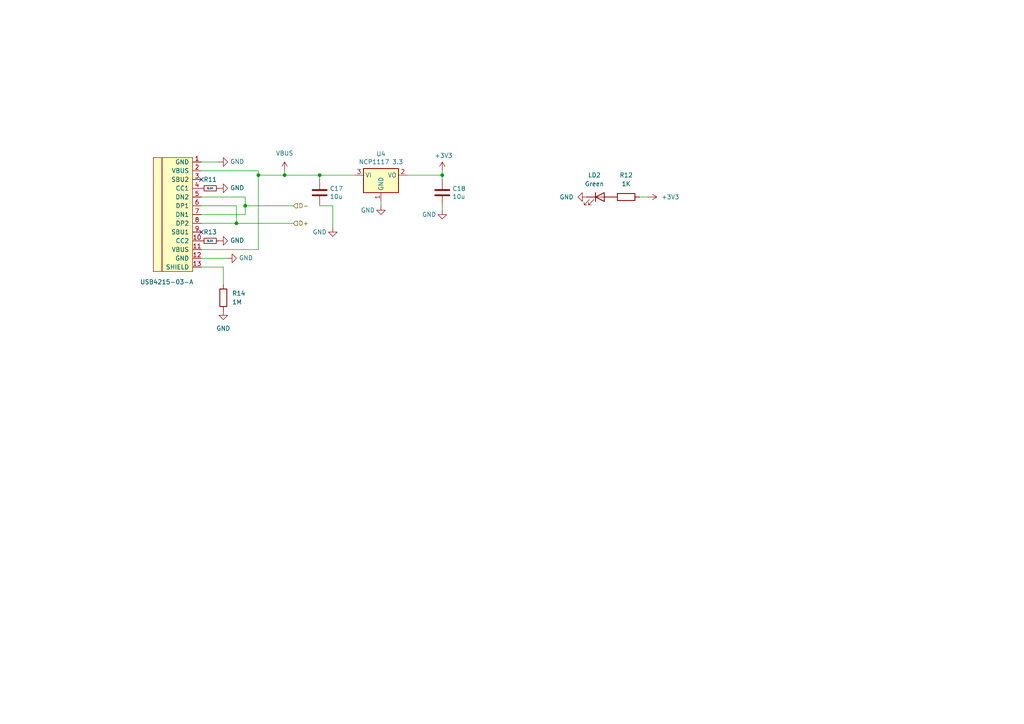
<source format=kicad_sch>
(kicad_sch (version 20250114) (generator "eeschema") (generator_version "9.0")
  (paper "A4")
  (title_block (title "${NAME}") (date "2025-08-02") (rev "${VERSION}") (company "Mikhail Matveev") (comment 1 "https://github.com/xtremespb/frank"))
  (lib_symbols
    (symbol "+3V3_1" (power) (pin_numbers (hide yes)) (pin_names (offset 0) (hide yes))
      (property "Value" "+3V3" (at 0 3.556 0))
      (symbol "+3V3_1_0_1"
        (polyline (pts (xy -0.762 1.27) (xy 0 2.54)))
        (polyline (pts (xy 0 2.54) (xy 0.762 1.27)))
        (polyline (pts (xy 0 0) (xy 0 2.54)))
      )
      (symbol "+3V3_1_1_1"
        (pin power_in line (at 0 0 90) (length 0) (name "~") (number "1"))
      )
    )
    (symbol "Device:C" (pin_numbers (hide yes)) (pin_names (offset 0.254))
      (property "Reference" "C" (at 0.635 2.54 0))
      (property "Value" "C" (at 0.635 -2.54 0))
      (symbol "C_0_1"
        (polyline (pts (xy -2.032 0.762) (xy 2.032 0.762)) (stroke (width 0.508)))
        (polyline (pts (xy -2.032 -0.762) (xy 2.032 -0.762)) (stroke (width 0.508)))
      )
      (symbol "C_1_1"
        (pin passive line (at 0 3.81 270) (length 2.794) (name "~") (number "1"))
        (pin passive line (at 0 -3.81 90) (length 2.794) (name "~") (number "2"))
      )
    )
    (symbol "Device:LED" (pin_numbers (hide yes)) (pin_names (offset 1.016) (hide yes))
      (property "Reference" "D" (at 0 2.54 0))
      (property "Value" "LED" (at 0 -2.54 0))
      (symbol "LED_0_1"
        (polyline (pts (xy -3.048 -0.762) (xy -4.572 -2.286) (xy -3.81 -2.286) (xy -4.572 -2.286) (xy -4.572 -1.524)))
        (polyline (pts (xy -1.778 -0.762) (xy -3.302 -2.286) (xy -2.54 -2.286) (xy -3.302 -2.286) (xy -3.302 -1.524)))
        (polyline (pts (xy -1.27 0) (xy 1.27 0)))
        (polyline (pts (xy -1.27 -1.27) (xy -1.27 1.27)) (stroke (width 0.254)))
        (polyline (pts (xy 1.27 -1.27) (xy 1.27 1.27) (xy -1.27 0) (xy 1.27 -1.27)) (stroke (width 0.254)))
      )
      (symbol "LED_1_1"
        (pin passive line (at -3.81 0 0) (length 2.54) (name "K") (number "1"))
        (pin passive line (at 3.81 0 180) (length 2.54) (name "A") (number "2"))
      )
    )
    (symbol "Device:R" (pin_numbers (hide yes)) (pin_names (offset 0))
      (property "Reference" "R" (at 2.032 0 90))
      (property "Value" "R" (at 0 0 90))
      (symbol "R_0_1"
        (rectangle (start -1.016 -2.54) (end 1.016 2.54) (stroke (width 0.254)))
      )
      (symbol "R_1_1"
        (pin passive line (at 0 3.81 270) (length 1.27) (name "~") (number "1"))
        (pin passive line (at 0 -3.81 90) (length 1.27) (name "~") (number "2"))
      )
    )
    (symbol "Device:R_Small" (pin_numbers (hide yes)) (pin_names (offset 0.254) (hide yes))
      (property "Reference" "R" (at 0.762 0.508 0))
      (property "Value" "R_Small" (at 0.762 -1.016 0))
      (symbol "R_Small_0_1"
        (rectangle (start -0.762 1.778) (end 0.762 -1.778) (stroke (width 0.2032)))
      )
      (symbol "R_Small_1_1"
        (pin passive line (at 0 2.54 270) (length 0.762) (name "~") (number "1"))
        (pin passive line (at 0 -2.54 90) (length 0.762) (name "~") (number "2"))
      )
    )
    (symbol "FRANK:USB-C" (pin_names (offset 1.016))
      (property "Value" "USB Type C" (at 0.254 -20.828 0))
      (symbol "USB-C_0_1"
        (rectangle (start -11.43 15.24) (end -8.89 -17.78) (fill (type background)))
        (rectangle (start 0 -17.78) (end -8.89 15.24) (fill (type background)))
      )
      (symbol "USB-C_1_1"
        (pin input line (at 2.54 13.97 180) (length 2.54) (name "GND") (number "1"))
        (pin input line (at 2.54 11.43 180) (length 2.54) (name "VBUS") (number "2"))
        (pin input line (at 2.54 8.89 180) (length 2.54) (name "SBU2") (number "3"))
        (pin input line (at 2.54 6.35 180) (length 2.54) (name "CC1") (number "4"))
        (pin input line (at 2.54 3.81 180) (length 2.54) (name "DN2") (number "5"))
        (pin input line (at 2.54 1.27 180) (length 2.54) (name "DP1") (number "6"))
        (pin input line (at 2.54 -1.27 180) (length 2.54) (name "DN1") (number "7"))
        (pin input line (at 2.54 -3.81 180) (length 2.54) (name "DP2") (number "8"))
        (pin input line (at 2.54 -6.35 180) (length 2.54) (name "SBU1") (number "9"))
        (pin input line (at 2.54 -8.89 180) (length 2.54) (name "CC2") (number "10"))
        (pin input line (at 2.54 -11.43 180) (length 2.54) (name "VBUS") (number "11"))
        (pin input line (at 2.54 -13.97 180) (length 2.54) (name "GND") (number "12"))
        (pin input line (at 2.54 -16.51 180) (length 2.54) (name "SHIELD") (number "13"))
      )
    )
    (symbol "GND_1" (power) (pin_numbers (hide yes)) (pin_names (offset 0) (hide yes))
      (property "Value" "GND" (at 0 -3.81 0))
      (symbol "GND_1_0_1"
        (polyline (pts (xy 0 0) (xy 0 -1.27) (xy 1.27 -1.27) (xy 0 -2.54) (xy -1.27 -1.27) (xy 0 -1.27)))
      )
      (symbol "GND_1_1_1"
        (pin power_in line (at 0 0 270) (length 0) (name "~") (number "1"))
      )
    )
    (symbol "GND_2" (power) (pin_numbers (hide yes)) (pin_names (offset 0) (hide yes))
      (property "Value" "GND" (at 0 -3.81 0))
      (symbol "GND_2_0_1"
        (polyline (pts (xy 0 0) (xy 0 -1.27) (xy 1.27 -1.27) (xy 0 -2.54) (xy -1.27 -1.27) (xy 0 -1.27)))
      )
      (symbol "GND_2_1_1"
        (pin power_in line (at 0 0 270) (length 0) (name "~") (number "1"))
      )
    )
    (symbol "GND_3" (power) (pin_numbers (hide yes)) (pin_names (offset 0) (hide yes))
      (property "Value" "GND" (at 0 -3.81 0))
      (symbol "GND_3_0_1"
        (polyline (pts (xy 0 0) (xy 0 -1.27) (xy 1.27 -1.27) (xy 0 -2.54) (xy -1.27 -1.27) (xy 0 -1.27)))
      )
      (symbol "GND_3_1_1"
        (pin power_in line (at 0 0 270) (length 0) (name "~") (number "1"))
      )
    )
    (symbol "GND_4" (power) (pin_numbers (hide yes)) (pin_names (offset 0) (hide yes))
      (property "Value" "GND" (at 0 -3.81 0))
      (symbol "GND_4_0_1"
        (polyline (pts (xy 0 0) (xy 0 -1.27) (xy 1.27 -1.27) (xy 0 -2.54) (xy -1.27 -1.27) (xy 0 -1.27)))
      )
      (symbol "GND_4_1_1"
        (pin power_in line (at 0 0 270) (length 0) (name "~") (number "1"))
      )
    )
    (symbol "GND_5" (power) (pin_numbers (hide yes)) (pin_names (offset 0) (hide yes))
      (property "Value" "GND" (at 0 -3.81 0))
      (symbol "GND_5_0_1"
        (polyline (pts (xy 0 0) (xy 0 -1.27) (xy 1.27 -1.27) (xy 0 -2.54) (xy -1.27 -1.27) (xy 0 -1.27)))
      )
      (symbol "GND_5_1_1"
        (pin power_in line (at 0 0 270) (length 0) (name "~") (number "1"))
      )
    )
    (symbol "GND_6" (power) (pin_numbers (hide yes)) (pin_names (offset 0) (hide yes))
      (property "Value" "GND" (at 0 -3.81 0))
      (symbol "GND_6_0_1"
        (polyline (pts (xy 0 0) (xy 0 -1.27) (xy 1.27 -1.27) (xy 0 -2.54) (xy -1.27 -1.27) (xy 0 -1.27)))
      )
      (symbol "GND_6_1_1"
        (pin power_in line (at 0 0 270) (length 0) (name "~") (number "1"))
      )
    )
    (symbol "GND_7" (power) (pin_numbers (hide yes)) (pin_names (offset 0) (hide yes))
      (property "Value" "GND" (at 0 -3.81 0))
      (symbol "GND_7_0_1"
        (polyline (pts (xy 0 0) (xy 0 -1.27) (xy 1.27 -1.27) (xy 0 -2.54) (xy -1.27 -1.27) (xy 0 -1.27)))
      )
      (symbol "GND_7_1_1"
        (pin power_in line (at 0 0 270) (length 0) (name "~") (number "1"))
      )
    )
    (symbol "Regulator_Linear:NCP1117-3.3_SOT223"
      (property "Reference" "U" (at -3.81 3.175 0))
      (property "Value" "NCP1117-3.3_SOT223" (at 0 3.175 0))
      (symbol "NCP1117-3.3_SOT223_0_1"
        (rectangle (start -5.08 -5.08) (end 5.08 1.905) (stroke (width 0.254)) (fill (type background)))
      )
      (symbol "NCP1117-3.3_SOT223_1_1"
        (pin power_in line (at -7.62 0 0) (length 2.54) (name "VI") (number "3"))
        (pin power_in line (at 0 -7.62 90) (length 2.54) (name "GND") (number "1"))
        (pin power_out line (at 7.62 0 180) (length 2.54) (name "VO") (number "2"))
      )
    )
    (symbol "power:+3V3" (power) (pin_numbers (hide yes)) (pin_names (offset 0) (hide yes))
      (property "Value" "+3V3" (at 0 3.556 0))
      (symbol "+3V3_0_1"
        (polyline (pts (xy -0.762 1.27) (xy 0 2.54)))
        (polyline (pts (xy 0 2.54) (xy 0.762 1.27)))
        (polyline (pts (xy 0 0) (xy 0 2.54)))
      )
      (symbol "+3V3_1_1"
        (pin power_in line (at 0 0 90) (length 0) (name "~") (number "1"))
      )
    )
    (symbol "power:GND" (power) (pin_numbers (hide yes)) (pin_names (offset 0) (hide yes))
      (property "Value" "GND" (at 0 -3.81 0))
      (symbol "GND_0_1"
        (polyline (pts (xy 0 0) (xy 0 -1.27) (xy 1.27 -1.27) (xy 0 -2.54) (xy -1.27 -1.27) (xy 0 -1.27)))
      )
      (symbol "GND_1_1"
        (pin power_in line (at 0 0 270) (length 0) (name "~") (number "1"))
      )
    )
    (symbol "power:VBUS" (power) (pin_numbers (hide yes)) (pin_names (offset 0) (hide yes))
      (property "Value" "VBUS" (at 0 3.556 0))
      (symbol "VBUS_0_1"
        (polyline (pts (xy -0.762 1.27) (xy 0 2.54)))
        (polyline (pts (xy 0 2.54) (xy 0.762 1.27)))
        (polyline (pts (xy 0 0) (xy 0 2.54)))
      )
      (symbol "VBUS_1_1"
        (pin power_in line (at 0 0 90) (length 0) (name "~") (number "1"))
      )
    )
  )
  (junction (at 74.93 50.8))
  (junction (at 68.58 64.77))
  (junction (at 82.55 50.8))
  (junction (at 92.71 50.8))
  (junction (at 128.27 50.8))
  (junction (at 71.12 59.69))
  (no_connect (at 58.42 67.31))
  (no_connect (at 58.42 52.07))
  (wire (pts (xy 58.42 49.53) (xy 74.93 49.53)))
  (wire (pts (xy 58.42 59.69) (xy 68.58 59.69)))
  (wire (pts (xy 82.55 50.8) (xy 92.71 50.8)))
  (wire (pts (xy 58.42 74.93) (xy 66.04 74.93)))
  (wire (pts (xy 102.87 50.8) (xy 92.71 50.8)))
  (wire (pts (xy 128.27 50.8) (xy 128.27 49.53)))
  (wire (pts (xy 82.55 49.53) (xy 82.55 50.8)))
  (wire (pts (xy 74.93 72.39) (xy 58.42 72.39)))
  (wire (pts (xy 92.71 52.07) (xy 92.71 50.8)))
  (wire (pts (xy 128.27 52.07) (xy 128.27 50.8)))
  (wire (pts (xy 96.52 59.69) (xy 92.71 59.69)))
  (wire (pts (xy 118.11 50.8) (xy 128.27 50.8)))
  (wire (pts (xy 58.42 57.15) (xy 71.12 57.15)))
  (wire (pts (xy 58.42 62.23) (xy 71.12 62.23)))
  (wire (pts (xy 71.12 59.69) (xy 85.09 59.69)))
  (wire (pts (xy 74.93 50.8) (xy 74.93 72.39)))
  (wire (pts (xy 74.93 49.53) (xy 74.93 50.8)))
  (wire (pts (xy 71.12 59.69) (xy 71.12 62.23)))
  (wire (pts (xy 58.42 46.99) (xy 63.5 46.99)))
  (wire (pts (xy 128.27 59.69) (xy 128.27 60.96)))
  (wire (pts (xy 58.42 64.77) (xy 68.58 64.77)))
  (wire (pts (xy 96.52 59.69) (xy 96.52 66.04)))
  (wire (pts (xy 64.77 77.47) (xy 64.77 82.55)))
  (wire (pts (xy 58.42 77.47) (xy 64.77 77.47)))
  (wire (pts (xy 71.12 57.15) (xy 71.12 59.69)))
  (wire (pts (xy 185.42 57.15) (xy 187.96 57.15)))
  (wire (pts (xy 74.93 50.8) (xy 82.55 50.8)))
  (wire (pts (xy 110.49 58.42) (xy 110.49 59.69)))
  (wire (pts (xy 68.58 64.77) (xy 85.09 64.77)))
  (wire (pts (xy 68.58 59.69) (xy 68.58 64.77)))
  (hierarchical_label "D-" (shape input) (at 85.09 59.69 0))
  (hierarchical_label "D+" (shape input) (at 85.09 64.77 0))
  (symbol (lib_name "GND_3") (lib_id "power:GND") (at 96.52 66.04 0) (unit 1)
    (property "Reference" "#PWR035" (effects (hide yes)))
    (property "Value" "GND" (at 92.71 67.31 0))
    (property "Description" "Power symbol creates a global label with name \"GND\" , ground" (effects (hide yes)))
  )
  (symbol (lib_id "power:VBUS") (at 82.55 49.53 0) (unit 1)
    (property "Reference" "#PWR028" (effects (hide yes)))
    (property "Value" "VBUS" (at 82.55 44.45 0))
    (property "Description" "Power symbol creates a global label with name \"VBUS\"" (effects (hide yes)))
  )
  (symbol (lib_name "GND_5") (lib_id "power:GND") (at 63.5 69.85 90) (unit 1)
    (property "Reference" "#PWR036" (effects (hide yes)))
    (property "Value" "GND" (at 66.7512 69.723 90) (effects (justify right)))
    (property "Description" "Power symbol creates a global label with name \"GND\" , ground" (effects (hide yes)))
  )
  (symbol (lib_name "GND_2") (lib_id "power:GND") (at 170.18 57.15 270) (unit 1)
    (property "Reference" "#PWR031" (effects (hide yes)))
    (property "Value" "GND" (at 166.37 57.1499 90) (effects (justify right)))
    (property "Description" "Power symbol creates a global label with name \"GND\" , ground" (effects (hide yes)))
  )
  (symbol (lib_id "Device:LED") (at 173.99 57.15 0) (unit 1)
    (property "Reference" "LD2" (at 172.4025 50.8 0))
    (property "Value" "Green" (at 172.4025 53.34 0))
    (property "Footprint" "FRANK:LED (0402)" (effects (hide yes)))
    (property "Datasheet" "https://www.farnell.com/datasheets/1760130.pdf" (effects (hide yes)))
    (property "Description" "Light emitting diode" (effects (hide yes)))
    (property "AliExpress" "https://www.aliexpress.com/item/1005007252088951.html" (effects (hide yes)))
    (property "Sim.Pins" "1=K 2=A" (effects (hide yes)))
  )
  (symbol (lib_id "Regulator_Linear:NCP1117-3.3_SOT223") (at 110.49 50.8 0) (unit 1)
    (property "Reference" "U4" (at 110.49 44.6532 0))
    (property "Value" "NCP1117 3.3" (at 110.49 46.9646 0))
    (property "Footprint" "FRANK:SOT-223" (effects (hide yes)))
    (property "Datasheet" "http://www.onsemi.com/pub_link/Collateral/NCP1117-D.PDF" (effects (hide yes)))
    (property "AliExpress" "https://www.aliexpress.com/item/1005005802338707.html" (effects (hide yes)))
  )
  (symbol (lib_id "Device:C") (at 128.27 55.88 0) (unit 1)
    (property "Reference" "C18" (at 131.191 54.7116 0) (effects (justify left)))
    (property "Value" "10u" (at 131.191 57.023 0) (effects (justify left)))
    (property "Footprint" "FRANK:Capacitor (0603)" (effects (hide yes)))
    (property "Datasheet" "https://eu.mouser.com/datasheet/2/40/KGM_X7R-3223212.pdf" (effects (hide yes)))
    (property "AliExpress" "https://www.aliexpress.com/item/33008008276.html" (effects (hide yes)))
  )
  (symbol (lib_name "GND_7") (lib_id "power:GND") (at 66.04 74.93 90) (unit 1)
    (property "Reference" "#PWR037" (effects (hide yes)))
    (property "Value" "GND" (at 69.2912 74.803 90) (effects (justify right)))
    (property "Description" "Power symbol creates a global label with name \"GND\" , ground" (effects (hide yes)))
  )
  (symbol (lib_id "FRANK:USB-C") (at 55.88 60.96 0) (unit 1)
    (property "Reference" "J5" (effects (hide yes)))
    (property "Value" "USB4215-03-A" (at 56.134 81.788 0) (effects (justify right)))
    (property "Footprint" "FRANK:USB Type C" (effects (hide yes)))
    (property "Datasheet" "https://eu.mouser.com/datasheet/2/837/usb4215-3472997.pdf" (effects (hide yes)))
    (property "AliExpress" "https://www.aliexpress.com/item/1005005500797563.html" (effects (hide yes)))
  )
  (symbol (lib_id "Device:C") (at 92.71 55.88 0) (unit 1)
    (property "Reference" "C17" (at 95.631 54.7116 0) (effects (justify left)))
    (property "Value" "10u" (at 95.631 57.023 0) (effects (justify left)))
    (property "Footprint" "FRANK:Capacitor (0603)" (effects (hide yes)))
    (property "Datasheet" "https://eu.mouser.com/datasheet/2/40/KGM_X7R-3223212.pdf" (effects (hide yes)))
    (property "AliExpress" "https://www.aliexpress.com/item/33008008276.html" (effects (hide yes)))
  )
  (symbol (lib_id "Device:R") (at 181.61 57.15 90) (unit 1)
    (property "Reference" "R12" (at 181.61 50.8 90))
    (property "Value" "1K" (at 181.61 53.34 90))
    (property "Footprint" "FRANK:Resistor (0402)" (effects (hide yes)))
    (property "Datasheet" "https://www.vishay.com/docs/28952/mcs0402at-mct0603at-mcu0805at-mca1206at.pdf" (effects (hide yes)))
    (property "Description" "Resistor" (effects (hide yes)))
    (property "AliExpress" "https://www.vishay.com/docs/28952/mcs0402at-mct0603at-mcu0805at-mca1206at.pdf" (effects (hide yes)))
  )
  (symbol (lib_id "Device:R_Small") (at 60.96 69.85 270) (unit 1)
    (property "Reference" "R13" (at 60.96 67.31 90))
    (property "Value" "5.1K" (at 60.96 69.85 90) (effects (font (size 0.508 0.508))))
    (property "Footprint" "FRANK:Resistor (0402)" (effects (hide yes)))
    (property "Datasheet" "https://www.vishay.com/docs/28952/mcs0402at-mct0603at-mcu0805at-mca1206at.pdf" (effects (hide yes)))
    (property "AliExpress" "https://www.aliexpress.com/item/1005005945735199.html" (effects (hide yes)))
  )
  (symbol (lib_name "GND_6") (lib_id "power:GND") (at 63.5 54.61 90) (unit 1)
    (property "Reference" "#PWR030" (effects (hide yes)))
    (property "Value" "GND" (at 66.7512 54.483 90) (effects (justify right)))
    (property "Description" "Power symbol creates a global label with name \"GND\" , ground" (effects (hide yes)))
  )
  (symbol (lib_name "GND_1") (lib_id "power:GND") (at 128.27 60.96 0) (unit 1)
    (property "Reference" "#PWR034" (effects (hide yes)))
    (property "Value" "GND" (at 124.46 62.23 0))
    (property "Description" "Power symbol creates a global label with name \"GND\" , ground" (effects (hide yes)))
  )
  (symbol (lib_id "power:+3V3") (at 128.27 49.53 0) (unit 1)
    (property "Reference" "#PWR029" (effects (hide yes)))
    (property "Value" "+3V3" (at 128.651 45.1358 0))
    (property "Description" "Power symbol creates a global label with name \"+3V3\"" (effects (hide yes)))
  )
  (symbol (lib_id "Device:R_Small") (at 60.96 54.61 270) (unit 1)
    (property "Reference" "R11" (at 60.96 52.07 90))
    (property "Value" "5.1K" (at 60.96 54.61 90) (effects (font (size 0.508 0.508))))
    (property "Footprint" "FRANK:Resistor (0402)" (effects (hide yes)))
    (property "Datasheet" "https://www.vishay.com/docs/28952/mcs0402at-mct0603at-mcu0805at-mca1206at.pdf" (effects (hide yes)))
    (property "AliExpress" "https://www.aliexpress.com/item/1005005945735199.html" (effects (hide yes)))
  )
  (symbol (lib_id "power:GND") (at 63.5 46.99 90) (unit 1)
    (property "Reference" "#PWR027" (effects (hide yes)))
    (property "Value" "GND" (at 66.7512 46.863 90) (effects (justify right)))
    (property "Description" "Power symbol creates a global label with name \"GND\" , ground" (effects (hide yes)))
  )
  (symbol (lib_id "power:GND") (at 64.77 90.17 0) (unit 1)
    (property "Reference" "#PWR038" (effects (hide yes)))
    (property "Value" "GND" (at 64.77 95.25 0))
    (property "Description" "Power symbol creates a global label with name \"GND\" , ground" (effects (hide yes)))
  )
  (symbol (lib_id "Device:R") (at 64.77 86.36 0) (unit 1)
    (property "Reference" "R14" (at 67.31 85.0899 0) (effects (justify left)))
    (property "Value" "1M" (at 67.31 87.6299 0) (effects (justify left)))
    (property "Footprint" "FRANK:Resistor (0402)" (effects (hide yes)))
    (property "Datasheet" "https://www.vishay.com/docs/28952/mcs0402at-mct0603at-mcu0805at-mca1206at.pdf" (effects (hide yes)))
    (property "AliExpress" "https://www.aliexpress.com/item/1005005945735199.html" (effects (hide yes)))
  )
  (symbol (lib_name "+3V3_1") (lib_id "power:+3V3") (at 187.96 57.15 270) (unit 1)
    (property "Reference" "#PWR032" (effects (hide yes)))
    (property "Value" "+3V3" (at 191.77 57.1499 90) (effects (justify left)))
    (property "Description" "Power symbol creates a global label with name \"+3V3\"" (effects (hide yes)))
  )
  (symbol (lib_name "GND_4") (lib_id "power:GND") (at 110.49 59.69 0) (unit 1)
    (property "Reference" "#PWR033" (effects (hide yes)))
    (property "Value" "GND" (at 106.68 60.96 0))
    (property "Description" "Power symbol creates a global label with name \"GND\" , ground" (effects (hide yes)))
  )
)
</source>
